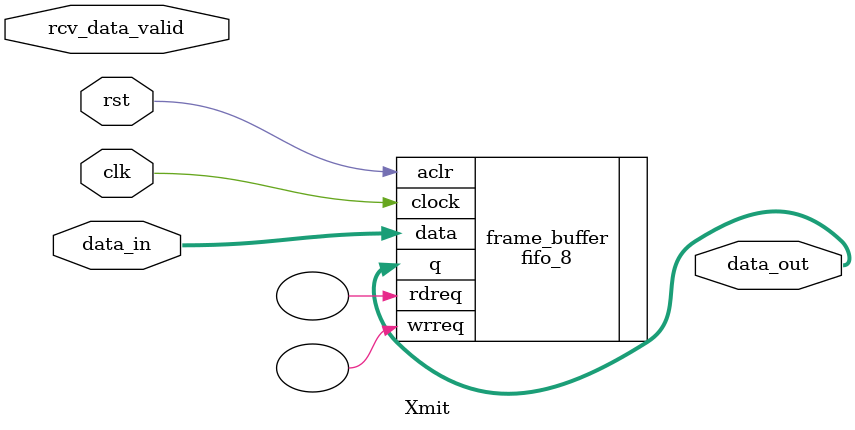
<source format=v>
module Xmit(
input clk,
input rst,
input rcv_data_valid,
input [7:0] data_in,
output reg[3:0] data_out
);

reg[7:0] frame_buffer_data;

fifo_8 frame_buffer(
.clock(clk),
.aclr(rst),
.data(data_in),
.q(data_out),
.rdreq(),
.wrreq()
);

endmodule

</source>
